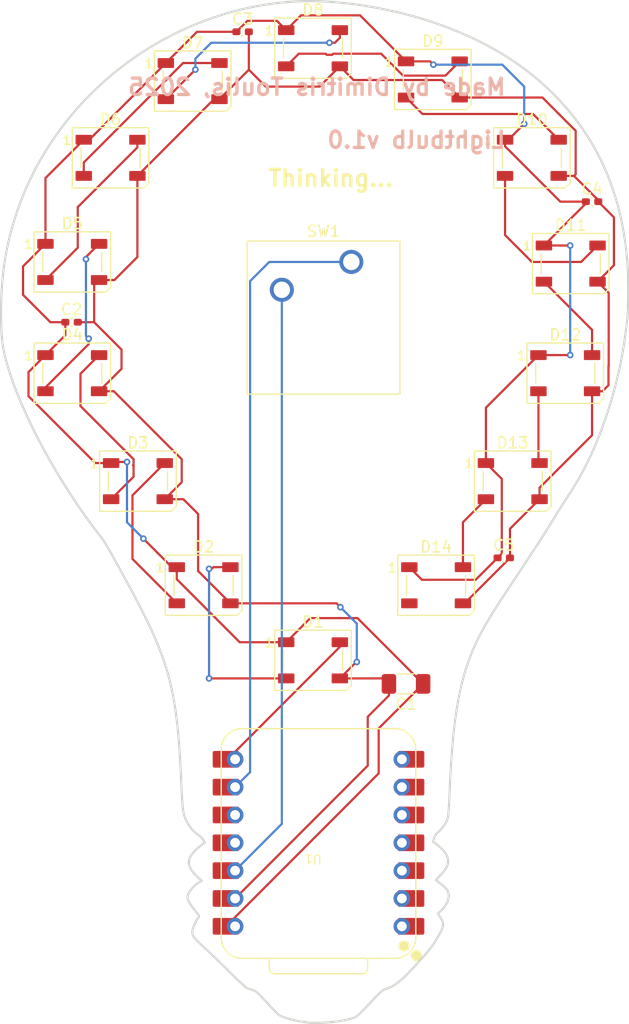
<source format=kicad_pcb>
(kicad_pcb (version 20241229) (generator "pcbnew") (generator_version "9.0")
  (layers (0 "F.Cu" signal) (2 "B.Cu" signal) (13 "F.Paste" user) (15 "B.Paste" user) (5 "F.SilkS" user "F.Silkscreen") (7 "B.SilkS" user "B.Silkscreen") (1 "F.Mask" user) (3 "B.Mask" user) (25 "Edge.Cuts" user))
  (net 0 "")
  (net 1 "+5V")
  (net 2 "GND")
  (net 3 "Net-(D1-DIN)")
  (net 4 "Net-(D1-DOUT)")
  (net 5 "Net-(D2-DOUT)")
  (net 6 "Net-(D3-DOUT)")
  (net 7 "Net-(D4-DOUT)")
  (net 8 "Net-(D5-DOUT)")
  (net 9 "Net-(D6-DOUT)")
  (net 10 "Net-(D7-DOUT)")
  (net 11 "Net-(D8-DOUT)")
  (net 12 "Net-(D10-DIN)")
  (net 13 "Net-(D10-DOUT)")
  (net 14 "Net-(D11-DOUT)")
  (net 15 "Net-(U1-GPIO2{slash}SCK)")
  (net 16 "+3.3V")
  (net 26 "Net-(D12-DOUT)")
  (net 27 "Net-(D13-DOUT)")
  (footprint "LED_SMD:LED_WS2812B_PLCC4_5.0x5.0mm_P3.2mm" (layer "F.Cu") (at 135.05 66.15)
    (property "Reference" "D11" (at 0 -3.5 0) (layer "F.SilkS"))
    (property "Value" "WS2812B" (hide yes))
    (fp_text user "1" (at -4 -1.6 0) (layer "F.SilkS") (effects (font (size 0.8 0.8))))
    (pad "1" smd roundrect (at -2.45 -1.65) (size 1.5 0.9) (layers "F.Cu" "F.Mask" "F.Paste") (roundrect_rratio 0.1) (net 1 "+5V"))
    (pad "2" smd roundrect (at -2.45 1.65) (size 1.5 0.9) (layers "F.Cu" "F.Mask" "F.Paste") (roundrect_rratio 0.1) (net 14 "Net-(D11-DOUT)"))
    (pad "3" smd roundrect (at 2.45 1.65) (size 1.5 0.9) (layers "F.Cu" "F.Mask" "F.Paste") (roundrect_rratio 0.1) (net 2 "GND"))
    (pad "4" smd roundrect (at 2.45 -1.65) (size 1.5 0.9) (layers "F.Cu" "F.Mask" "F.Paste") (roundrect_rratio 0.1) (net 13 "Net-(D10-DOUT)"))
  )
  (footprint "LED_SMD:LED_WS2812B_PLCC4_5.0x5.0mm_P3.2mm" (layer "F.Cu") (at 89.5 76.15)
    (property "Reference" "D4" (at 0 -3.5 0) (layer "F.SilkS"))
    (property "Value" "WS2812B" (hide yes))
    (fp_text user "1" (at -4 -1.6 0) (layer "F.SilkS") (effects (font (size 0.8 0.8))))
    (pad "1" smd roundrect (at -2.45 -1.65) (size 1.5 0.9) (layers "F.Cu" "F.Mask" "F.Paste") (roundrect_rratio 0.1) (net 1 "+5V"))
    (pad "2" smd roundrect (at -2.45 1.65) (size 1.5 0.9) (layers "F.Cu" "F.Mask" "F.Paste") (roundrect_rratio 0.1) (net 7 "Net-(D4-DOUT)"))
    (pad "3" smd roundrect (at 2.45 1.65) (size 1.5 0.9) (layers "F.Cu" "F.Mask" "F.Paste") (roundrect_rratio 0.1) (net 2 "GND"))
    (pad "4" smd roundrect (at 2.45 -1.65) (size 1.5 0.9) (layers "F.Cu" "F.Mask" "F.Paste") (roundrect_rratio 0.1) (net 6 "Net-(D3-DOUT)"))
  )
  (footprint "Capacitor_SMD:C_0402_1005Metric_Pad0.74x0.62mm_HandSolder" (layer "F.Cu") (at 105.0675 45)
    (property "Reference" "C3" (at 0 -1.16 0) (layer "F.SilkS"))
    (property "Value" "4.7nF")
    (pad "1" smd roundrect (at -0.5675 0) (size 0.735 0.62) (layers "F.Cu" "F.Mask" "F.Paste") (net 1 "+5V"))
    (pad "2" smd roundrect (at 0.5675 0) (size 0.735 0.62) (layers "F.Cu" "F.Mask" "F.Paste") (net 2 "GND"))
  )
  (footprint "LED_SMD:LED_WS2812B_PLCC4_5.0x5.0mm_P3.2mm" (layer "F.Cu") (at 100.5 49.5)
    (property "Reference" "D7" (at 0 -3.5 0) (layer "F.SilkS"))
    (property "Value" "WS2812B" (hide yes))
    (fp_text user "1" (at -4 -1.6 0) (layer "F.SilkS") (effects (font (size 0.8 0.8))))
    (pad "1" smd roundrect (at -2.45 -1.65) (size 1.5 0.9) (layers "F.Cu" "F.Mask" "F.Paste") (roundrect_rratio 0.1) (net 1 "+5V"))
    (pad "2" smd roundrect (at -2.45 1.65) (size 1.5 0.9) (layers "F.Cu" "F.Mask" "F.Paste") (roundrect_rratio 0.1) (net 10 "Net-(D7-DOUT)"))
    (pad "3" smd roundrect (at 2.45 1.65) (size 1.5 0.9) (layers "F.Cu" "F.Mask" "F.Paste") (roundrect_rratio 0.1) (net 2 "GND"))
    (pad "4" smd roundrect (at 2.45 -1.65) (size 1.5 0.9) (layers "F.Cu" "F.Mask" "F.Paste") (roundrect_rratio 0.1) (net 9 "Net-(D6-DOUT)"))
  )
  (footprint "LED_SMD:LED_WS2812B_PLCC4_5.0x5.0mm_P3.2mm" (layer "F.Cu") (at 111.5 102.35)
    (property "Reference" "D1" (at 0 -3.5 0) (layer "F.SilkS"))
    (property "Value" "WS2812B" (hide yes))
    (fp_text user "1" (at -4 -1.6 0) (layer "F.SilkS") (effects (font (size 0.8 0.8))))
    (pad "1" smd roundrect (at -2.45 -1.65) (size 1.5 0.9) (layers "F.Cu" "F.Mask" "F.Paste") (roundrect_rratio 0.1) (net 1 "+5V"))
    (pad "2" smd roundrect (at -2.45 1.65) (size 1.5 0.9) (layers "F.Cu" "F.Mask" "F.Paste") (roundrect_rratio 0.1) (net 4 "Net-(D1-DOUT)"))
    (pad "3" smd roundrect (at 2.45 1.65) (size 1.5 0.9) (layers "F.Cu" "F.Mask" "F.Paste") (roundrect_rratio 0.1) (net 2 "GND"))
    (pad "4" smd roundrect (at 2.45 -1.65) (size 1.5 0.9) (layers "F.Cu" "F.Mask" "F.Paste") (roundrect_rratio 0.1) (net 3 "Net-(D1-DIN)"))
  )
  (footprint "LED_SMD:LED_WS2812B_PLCC4_5.0x5.0mm_P3.2mm" (layer "F.Cu") (at 134.55 76.15)
    (property "Reference" "D12" (at 0 -3.5 0) (layer "F.SilkS"))
    (property "Value" "WS2812B" (hide yes))
    (fp_text user "1" (at -4 -1.6 0) (layer "F.SilkS") (effects (font (size 0.8 0.8))))
    (pad "1" smd roundrect (at -2.45 -1.65) (size 1.5 0.9) (layers "F.Cu" "F.Mask" "F.Paste") (roundrect_rratio 0.1) (net 1 "+5V"))
    (pad "2" smd roundrect (at -2.45 1.65) (size 1.5 0.9) (layers "F.Cu" "F.Mask" "F.Paste") (roundrect_rratio 0.1) (net 26 "Net-(D12-DOUT)"))
    (pad "3" smd roundrect (at 2.45 1.65) (size 1.5 0.9) (layers "F.Cu" "F.Mask" "F.Paste") (roundrect_rratio 0.1) (net 2 "GND"))
    (pad "4" smd roundrect (at 2.45 -1.65) (size 1.5 0.9) (layers "F.Cu" "F.Mask" "F.Paste") (roundrect_rratio 0.1) (net 14 "Net-(D11-DOUT)"))
  )
  (footprint "LED_SMD:LED_WS2812B_PLCC4_5.0x5.0mm_P3.2mm" (layer "F.Cu") (at 111.5 46.5)
    (property "Reference" "D8" (at 0 -3.5 0) (layer "F.SilkS"))
    (property "Value" "WS2812B" (hide yes))
    (fp_text user "1" (at -4 -1.6 0) (layer "F.SilkS") (effects (font (size 0.8 0.8))))
    (pad "1" smd roundrect (at -2.45 -1.65) (size 1.5 0.9) (layers "F.Cu" "F.Mask" "F.Paste") (roundrect_rratio 0.1) (net 1 "+5V"))
    (pad "2" smd roundrect (at -2.45 1.65) (size 1.5 0.9) (layers "F.Cu" "F.Mask" "F.Paste") (roundrect_rratio 0.1) (net 11 "Net-(D8-DOUT)"))
    (pad "3" smd roundrect (at 2.45 1.65) (size 1.5 0.9) (layers "F.Cu" "F.Mask" "F.Paste") (roundrect_rratio 0.1) (net 2 "GND"))
    (pad "4" smd roundrect (at 2.45 -1.65) (size 1.5 0.9) (layers "F.Cu" "F.Mask" "F.Paste") (roundrect_rratio 0.1) (net 10 "Net-(D7-DOUT)"))
  )
  (footprint "LED_SMD:LED_WS2812B_PLCC4_5.0x5.0mm_P3.2mm" (layer "F.Cu") (at 89.5 66)
    (property "Reference" "D5" (at 0 -3.5 0) (layer "F.SilkS"))
    (property "Value" "WS2812B" (hide yes))
    (fp_text user "1" (at -4 -1.6 0) (layer "F.SilkS") (effects (font (size 0.8 0.8))))
    (pad "1" smd roundrect (at -2.45 -1.65) (size 1.5 0.9) (layers "F.Cu" "F.Mask" "F.Paste") (roundrect_rratio 0.1) (net 1 "+5V"))
    (pad "2" smd roundrect (at -2.45 1.65) (size 1.5 0.9) (layers "F.Cu" "F.Mask" "F.Paste") (roundrect_rratio 0.1) (net 8 "Net-(D5-DOUT)"))
    (pad "3" smd roundrect (at 2.45 1.65) (size 1.5 0.9) (layers "F.Cu" "F.Mask" "F.Paste") (roundrect_rratio 0.1) (net 2 "GND"))
    (pad "4" smd roundrect (at 2.45 -1.65) (size 1.5 0.9) (layers "F.Cu" "F.Mask" "F.Paste") (roundrect_rratio 0.1) (net 7 "Net-(D4-DOUT)"))
  )
  (footprint "LED_SMD:LED_WS2812B_PLCC4_5.0x5.0mm_P3.2mm" (layer "F.Cu") (at 101.5 95.5)
    (property "Reference" "D2" (at 0 -3.5 0) (layer "F.SilkS"))
    (property "Value" "WS2812B" (hide yes))
    (fp_text user "1" (at -4 -1.6 0) (layer "F.SilkS") (effects (font (size 0.8 0.8))))
    (pad "1" smd roundrect (at -2.45 -1.65) (size 1.5 0.9) (layers "F.Cu" "F.Mask" "F.Paste") (roundrect_rratio 0.1) (net 1 "+5V"))
    (pad "2" smd roundrect (at -2.45 1.65) (size 1.5 0.9) (layers "F.Cu" "F.Mask" "F.Paste") (roundrect_rratio 0.1) (net 5 "Net-(D2-DOUT)"))
    (pad "3" smd roundrect (at 2.45 1.65) (size 1.5 0.9) (layers "F.Cu" "F.Mask" "F.Paste") (roundrect_rratio 0.1) (net 2 "GND"))
    (pad "4" smd roundrect (at 2.45 -1.65) (size 1.5 0.9) (layers "F.Cu" "F.Mask" "F.Paste") (roundrect_rratio 0.1) (net 4 "Net-(D1-DOUT)"))
  )
  (footprint "Capacitor_SMD:C_0402_1005Metric_Pad0.74x0.62mm_HandSolder" (layer "F.Cu") (at 128.9325 93)
    (property "Reference" "C5" (at 0 -1.16 0) (layer "F.SilkS"))
    (property "Value" "4.7nF")
    (pad "1" smd roundrect (at -0.5675 0) (size 0.735 0.62) (layers "F.Cu" "F.Mask" "F.Paste") (net 1 "+5V"))
    (pad "2" smd roundrect (at 0.5675 0) (size 0.735 0.62) (layers "F.Cu" "F.Mask" "F.Paste") (net 2 "GND"))
  )
  (footprint "Button_Switch_Keyboard:SW_Cherry_MX_1.00u_PCB" (layer "F.Cu") (at 115 66)
    (property "Reference" "SW1" (at -2.54 -2.794 0) (layer "F.SilkS"))
    (property "Value" "SW_Push")
    (pad "" np_thru_hole circle (at -7.62 5.08) (size 1.7 1.7) (drill 1.7) (layers "*.Cu" "*.Mask"))
    (pad "" np_thru_hole circle (at -2.54 5.08) (size 4 4) (drill 4) (layers "*.Cu" "*.Mask"))
    (pad "" np_thru_hole circle (at 2.54 5.08) (size 1.7 1.7) (drill 1.7) (layers "*.Cu" "*.Mask"))
    (pad "1" thru_hole circle (at 0 0) (size 2.2 2.2) (drill 1.5) (layers "*.Cu" "*.Mask") (net 15 "Net-(U1-GPIO2{slash}SCK)"))
    (pad "2" thru_hole circle (at -6.35 2.54) (size 2.2 2.2) (drill 1.5) (layers "*.Cu" "*.Mask") (net 16 "+3.3V"))
  )
  (footprint "LED_SMD:LED_WS2812B_PLCC4_5.0x5.0mm_P3.2mm" (layer "F.Cu") (at 129.75 86)
    (property "Reference" "D13" (at 0 -3.5 0) (layer "F.SilkS"))
    (property "Value" "WS2812B" (hide yes))
    (fp_text user "1" (at -4 -1.6 0) (layer "F.SilkS") (effects (font (size 0.8 0.8))))
    (pad "1" smd roundrect (at -2.45 -1.65) (size 1.5 0.9) (layers "F.Cu" "F.Mask" "F.Paste") (roundrect_rratio 0.1) (net 1 "+5V"))
    (pad "2" smd roundrect (at -2.45 1.65) (size 1.5 0.9) (layers "F.Cu" "F.Mask" "F.Paste") (roundrect_rratio 0.1) (net 27 "Net-(D13-DOUT)"))
    (pad "3" smd roundrect (at 2.45 1.65) (size 1.5 0.9) (layers "F.Cu" "F.Mask" "F.Paste") (roundrect_rratio 0.1) (net 2 "GND"))
    (pad "4" smd roundrect (at 2.45 -1.65) (size 1.5 0.9) (layers "F.Cu" "F.Mask" "F.Paste") (roundrect_rratio 0.1) (net 26 "Net-(D12-DOUT)"))
  )
  (footprint "Capacitor_SMD:C_0402_1005Metric_Pad0.74x0.62mm_HandSolder" (layer "F.Cu") (at 137 60.5)
    (property "Reference" "C4" (at 0 -1.16 0) (layer "F.SilkS"))
    (property "Value" "4.7nF")
    (pad "1" smd roundrect (at -0.5675 0) (size 0.735 0.62) (layers "F.Cu" "F.Mask" "F.Paste") (net 1 "+5V"))
    (pad "2" smd roundrect (at 0.5675 0) (size 0.735 0.62) (layers "F.Cu" "F.Mask" "F.Paste") (net 2 "GND"))
  )
  (footprint "LED_SMD:LED_WS2812B_PLCC4_5.0x5.0mm_P3.2mm" (layer "F.Cu") (at 93 56.5)
    (property "Reference" "D6" (at 0 -3.5 0) (layer "F.SilkS"))
    (property "Value" "WS2812B" (hide yes))
    (fp_text user "1" (at -4 -1.6 0) (layer "F.SilkS") (effects (font (size 0.8 0.8))))
    (pad "1" smd roundrect (at -2.45 -1.65) (size 1.5 0.9) (layers "F.Cu" "F.Mask" "F.Paste") (roundrect_rratio 0.1) (net 1 "+5V"))
    (pad "2" smd roundrect (at -2.45 1.65) (size 1.5 0.9) (layers "F.Cu" "F.Mask" "F.Paste") (roundrect_rratio 0.1) (net 9 "Net-(D6-DOUT)"))
    (pad "3" smd roundrect (at 2.45 1.65) (size 1.5 0.9) (layers "F.Cu" "F.Mask" "F.Paste") (roundrect_rratio 0.1) (net 2 "GND"))
    (pad "4" smd roundrect (at 2.45 -1.65) (size 1.5 0.9) (layers "F.Cu" "F.Mask" "F.Paste") (roundrect_rratio 0.1) (net 8 "Net-(D5-DOUT)"))
  )
  (footprint "Capacitor_SMD:C_0402_1005Metric_Pad0.74x0.62mm_HandSolder" (layer "F.Cu") (at 89.4325 71.5)
    (property "Reference" "C2" (at 0 -1.16 0) (layer "F.SilkS"))
    (property "Value" "4.7nF")
    (pad "1" smd roundrect (at -0.5675 0) (size 0.735 0.62) (layers "F.Cu" "F.Mask" "F.Paste") (net 1 "+5V"))
    (pad "2" smd roundrect (at 0.5675 0) (size 0.735 0.62) (layers "F.Cu" "F.Mask" "F.Paste") (net 2 "GND"))
  )
  (footprint "XIAO:XIAO-RP2040-DIP" (layer "F.Cu") (at 112 119 180)
    (property "Reference" "U1" (at 0.5 -1.5 180) (layer "F.SilkS") (effects (font (size 0.8 0.8) (thickness 0.1))))
    (property "Value" "XIAO-RP2040-DIP")
    (pad "1" smd roundrect (at -8.455 -7.62) (size 2.432 1.524) (layers "F.Cu" "F.Mask") (roundrect_rratio 0.1))
    (pad "1" thru_hole circle (at -7.62 -7.62) (size 1.524 1.524) (drill 0.889) (layers "*.Cu" "*.Mask"))
    (pad "2" smd roundrect (at -8.455 -5.08) (size 2.432 1.524) (layers "F.Cu" "F.Mask") (roundrect_rratio 0.1))
    (pad "2" thru_hole circle (at -7.62 -5.08) (size 1.524 1.524) (drill 0.889) (layers "*.Cu" "*.Mask"))
    (pad "3" smd roundrect (at -8.455 -2.54) (size 2.432 1.524) (layers "F.Cu" "F.Mask") (roundrect_rratio 0.1))
    (pad "3" thru_hole circle (at -7.62 -2.54) (size 1.524 1.524) (drill 0.889) (layers "*.Cu" "*.Mask"))
    (pad "4" smd roundrect (at -8.455 0) (size 2.432 1.524) (layers "F.Cu" "F.Mask") (roundrect_rratio 0.1))
    (pad "4" thru_hole circle (at -7.62 0) (size 1.524 1.524) (drill 0.889) (layers "*.Cu" "*.Mask"))
    (pad "5" smd roundrect (at -8.455 2.54) (size 2.432 1.524) (layers "F.Cu" "F.Mask") (roundrect_rratio 0.1))
    (pad "5" thru_hole circle (at -7.62 2.54) (size 1.524 1.524) (drill 0.889) (layers "*.Cu" "*.Mask"))
    (pad "6" smd roundrect (at -8.455 5.08) (size 2.432 1.524) (layers "F.Cu" "F.Mask") (roundrect_rratio 0.1))
    (pad "6" thru_hole circle (at -7.62 5.08) (size 1.524 1.524) (drill 0.889) (layers "*.Cu" "*.Mask"))
    (pad "7" smd roundrect (at -8.455 7.62) (size 2.432 1.524) (layers "F.Cu" "F.Mask") (roundrect_rratio 0.1))
    (pad "7" thru_hole circle (at -7.62 7.62) (size 1.524 1.524) (drill 0.889) (layers "*.Cu" "*.Mask"))
    (pad "8" thru_hole circle (at 7.62 7.62 180) (size 1.524 1.524) (drill 0.889) (layers "*.Cu" "*.Mask") (net 3 "Net-(D1-DIN)"))
    (pad "8" smd roundrect (at 8.455 7.62 180) (size 2.432 1.524) (layers "F.Cu" "F.Mask") (roundrect_rratio 0.1) (net 3 "Net-(D1-DIN)"))
    (pad "9" thru_hole circle (at 7.62 5.08 180) (size 1.524 1.524) (drill 0.889) (layers "*.Cu" "*.Mask") (net 15 "Net-(U1-GPIO2{slash}SCK)"))
    (pad "9" smd roundrect (at 8.455 5.08 180) (size 2.432 1.524) (layers "F.Cu" "F.Mask") (roundrect_rratio 0.1) (net 15 "Net-(U1-GPIO2{slash}SCK)"))
    (pad "10" thru_hole circle (at 7.62 2.54 180) (size 1.524 1.524) (drill 0.889) (layers "*.Cu" "*.Mask"))
    (pad "10" smd roundrect (at 8.455 2.54 180) (size 2.432 1.524) (layers "F.Cu" "F.Mask") (roundrect_rratio 0.1))
    (pad "11" thru_hole circle (at 7.62 0 180) (size 1.524 1.524) (drill 0.889) (layers "*.Cu" "*.Mask"))
    (pad "11" smd roundrect (at 8.455 0 180) (size 2.432 1.524) (layers "F.Cu" "F.Mask") (roundrect_rratio 0.1))
    (pad "12" thru_hole circle (at 7.62 -2.54 180) (size 1.524 1.524) (drill 0.889) (layers "*.Cu" "*.Mask") (net 16 "+3.3V"))
    (pad "12" smd roundrect (at 8.455 -2.54 180) (size 2.432 1.524) (layers "F.Cu" "F.Mask") (roundrect_rratio 0.1) (net 16 "+3.3V"))
    (pad "13" thru_hole circle (at 7.62 -5.08 180) (size 1.524 1.524) (drill 0.889) (layers "*.Cu" "*.Mask") (net 2 "GND"))
    (pad "13" smd roundrect (at 8.455 -5.08 180) (size 2.432 1.524) (layers "F.Cu" "F.Mask") (roundrect_rratio 0.1) (net 2 "GND"))
    (pad "14" thru_hole circle (at 7.62 -7.62 180) (size 1.524 1.524) (drill 0.889) (layers "*.Cu" "*.Mask") (net 1 "+5V"))
    (pad "14" smd roundrect (at 8.455 -7.62 180) (size 2.432 1.524) (layers "F.Cu" "F.Mask") (roundrect_rratio 0.1) (net 1 "+5V"))
  )
  (footprint "LED_SMD:LED_WS2812B_PLCC4_5.0x5.0mm_P3.2mm" (layer "F.Cu") (at 122.75 95.5)
    (property "Reference" "D14" (at 0 -3.5 0) (layer "F.SilkS"))
    (property "Value" "WS2812B" (hide yes))
    (fp_text user "1" (at -4 -1.6 0) (layer "F.SilkS") (effects (font (size 0.8 0.8))))
    (pad "1" smd roundrect (at -2.45 -1.65) (size 1.5 0.9) (layers "F.Cu" "F.Mask" "F.Paste") (roundrect_rratio 0.1) (net 1 "+5V"))
    (pad "2" smd roundrect (at -2.45 1.65) (size 1.5 0.9) (layers "F.Cu" "F.Mask" "F.Paste") (roundrect_rratio 0.1))
    (pad "3" smd roundrect (at 2.45 1.65) (size 1.5 0.9) (layers "F.Cu" "F.Mask" "F.Paste") (roundrect_rratio 0.1) (net 2 "GND"))
    (pad "4" smd roundrect (at 2.45 -1.65) (size 1.5 0.9) (layers "F.Cu" "F.Mask" "F.Paste") (roundrect_rratio 0.1) (net 27 "Net-(D13-DOUT)"))
  )
  (footprint "LED_SMD:LED_WS2812B_PLCC4_5.0x5.0mm_P3.2mm" (layer "F.Cu") (at 95.5 86)
    (property "Reference" "D3" (at 0 -3.5 0) (layer "F.SilkS"))
    (property "Value" "WS2812B" (hide yes))
    (fp_text user "1" (at -4 -1.6 0) (layer "F.SilkS") (effects (font (size 0.8 0.8))))
    (pad "1" smd roundrect (at -2.45 -1.65) (size 1.5 0.9) (layers "F.Cu" "F.Mask" "F.Paste") (roundrect_rratio 0.1) (net 1 "+5V"))
    (pad "2" smd roundrect (at -2.45 1.65) (size 1.5 0.9) (layers "F.Cu" "F.Mask" "F.Paste") (roundrect_rratio 0.1) (net 6 "Net-(D3-DOUT)"))
    (pad "3" smd roundrect (at 2.45 1.65) (size 1.5 0.9) (layers "F.Cu" "F.Mask" "F.Paste") (roundrect_rratio 0.1) (net 2 "GND"))
    (pad "4" smd roundrect (at 2.45 -1.65) (size 1.5 0.9) (layers "F.Cu" "F.Mask" "F.Paste") (roundrect_rratio 0.1) (net 5 "Net-(D2-DOUT)"))
  )
  (footprint "Capacitor_SMD:C_1206_3216Metric_Pad1.33x1.80mm_HandSolder" (layer "F.Cu") (at 120 104.5 180)
    (property "Reference" "C1" (at 0 -1.85 0) (layer "F.SilkS"))
    (property "Value" "100uF")
    (pad "1" smd roundrect (at -1.5625 0 180) (size 1.325 1.8) (layers "F.Cu" "F.Mask" "F.Paste") (roundrect_rratio 0.188679) (net 1 "+5V"))
    (pad "2" smd roundrect (at 1.5625 0 180) (size 1.325 1.8) (layers "F.Cu" "F.Mask" "F.Paste") (roundrect_rratio 0.188679) (net 2 "GND"))
  )
  (footprint "LED_SMD:LED_WS2812B_PLCC4_5.0x5.0mm_P3.2mm" (layer "F.Cu") (at 131.5 56.5)
    (property "Reference" "D10" (at 0 -3.5 0) (layer "F.SilkS"))
    (property "Value" "WS2812B" (hide yes))
    (fp_text user "1" (at -4 -1.6 0) (layer "F.SilkS") (effects (font (size 0.8 0.8))))
    (pad "1" smd roundrect (at -2.45 -1.65) (size 1.5 0.9) (layers "F.Cu" "F.Mask" "F.Paste") (roundrect_rratio 0.1) (net 1 "+5V"))
    (pad "2" smd roundrect (at -2.45 1.65) (size 1.5 0.9) (layers "F.Cu" "F.Mask" "F.Paste") (roundrect_rratio 0.1) (net 13 "Net-(D10-DOUT)"))
    (pad "3" smd roundrect (at 2.45 1.65) (size 1.5 0.9) (layers "F.Cu" "F.Mask" "F.Paste") (roundrect_rratio 0.1) (net 2 "GND"))
    (pad "4" smd roundrect (at 2.45 -1.65) (size 1.5 0.9) (layers "F.Cu" "F.Mask" "F.Paste") (roundrect_rratio 0.1) (net 12 "Net-(D10-DIN)"))
  )
  (footprint "LED_SMD:LED_WS2812B_PLCC4_5.0x5.0mm_P3.2mm" (layer "F.Cu") (at 122.45 49.35)
    (property "Reference" "D9" (at 0 -3.5 0) (layer "F.SilkS"))
    (property "Value" "WS2812B" (hide yes))
    (fp_text user "1" (at -4 -1.6 0) (layer "F.SilkS") (effects (font (size 0.8 0.8))))
    (pad "1" smd roundrect (at -2.45 -1.65) (size 1.5 0.9) (layers "F.Cu" "F.Mask" "F.Paste") (roundrect_rratio 0.1) (net 1 "+5V"))
    (pad "2" smd roundrect (at -2.45 1.65) (size 1.5 0.9) (layers "F.Cu" "F.Mask" "F.Paste") (roundrect_rratio 0.1) (net 12 "Net-(D10-DIN)"))
    (pad "3" smd roundrect (at 2.45 1.65) (size 1.5 0.9) (layers "F.Cu" "F.Mask" "F.Paste") (roundrect_rratio 0.1) (net 2 "GND"))
    (pad "4" smd roundrect (at 2.45 -1.65) (size 1.5 0.9) (layers "F.Cu" "F.Mask" "F.Paste") (roundrect_rratio 0.1) (net 11 "Net-(D8-DOUT)"))
  )
  (gr_curve (pts (xy 105.417813 132.2339) (xy 105.327323 132.1865) (xy 104.557367 131.46111) (xy 103.706787 130.62208)) (stroke (width 0.2)) (layer "Edge.Cuts"))
  (gr_line (start 101.120179 122.58959) (end 101.33043 122.4657) (stroke (width 0.2)) (layer "Edge.Cuts"))
  (gr_curve (pts (xy 101.474739 118.74935) (xy 101.402379 118.60752) (xy 101.198677 118.40161) (xy 100.985406 118.25472)) (stroke (width 0.2)) (layer "Edge.Cuts"))
  (gr_curve (pts (xy 140.23243 71.06051) (xy 139.88118 74.42411) (xy 139.27941 77.20245) (xy 138.24662 80.22882)) (stroke (width 0.2)) (layer "Edge.Cuts"))
  (gr_curve (pts (xy 130.20463 94.5212) (xy 128.36225 97.28548) (xy 127.82889 98.11991) (xy 127.20087 99.22066)) (stroke (width 0.2)) (layer "Edge.Cuts"))
  (gr_curve (pts (xy 122.81879 127.74764) (xy 122.3829 128.47591) (xy 122.12035 128.81278) (xy 121.20686 129.81592)) (stroke (width 0.2)) (layer "Edge.Cuts"))
  (gr_curve (pts (xy 100.896348 122.06793) (xy 100.236954 121.4637) (xy 100.021334 120.89257) (xy 100.247912 120.35029)) (stroke (width 0.2)) (layer "Edge.Cuts"))
  (gr_curve (pts (xy 103.706787 130.62208) (xy 102.856216 129.78301) (xy 101.841682 128.80615) (xy 101.452269 128.45128)) (stroke (width 0.2)) (layer "Edge.Cuts"))
  (gr_curve (pts (xy 113.8088 135.28804) (xy 113.22846 135.39069) (xy 111.56664 135.47123) (xy 111.17646 135.41554)) (stroke (width 0.2)) (layer "Edge.Cuts"))
  (gr_curve (pts (xy 108.44975 134.75538) (xy 108.337 134.68878) (xy 107.811156 134.15983) (xy 107.281197 133.57993)) (stroke (width 0.2)) (layer "Edge.Cuts"))
  (gr_line (start 101.282782 119.22427) (end 101.598709 118.99234) (stroke (width 0.2)) (layer "Edge.Cuts"))
  (gr_curve (pts (xy 123.53358 119.83774) (xy 124.04034 120.57423) (xy 123.93871 121.14529) (xy 123.15668 121.95532)) (stroke (width 0.2)) (layer "Edge.Cuts"))
  (gr_curve (pts (xy 134.7277 87.4797) (xy 134.47343 87.85976) (xy 134.0034 88.60009) (xy 133.6832 89.12491)) (stroke (width 0.2)) (layer "Edge.Cuts"))
  (gr_curve (pts (xy 101.452269 128.45128) (xy 100.592089 127.66737) (xy 100.471397 127.50729) (xy 100.466435 127.14363)) (stroke (width 0.2)) (layer "Edge.Cuts"))
  (gr_curve (pts (xy 83.806855 76.17826) (xy 83.188752 74.28117) (xy 83.040947 73.40711) (xy 83.002651 71.42247)) (stroke (width 0.2)) (layer "Edge.Cuts"))
  (gr_curve (pts (xy 133.6832 89.12491) (xy 132.74666 90.65996) (xy 131.81889 92.0992) (xy 130.20463 94.5212)) (stroke (width 0.2)) (layer "Edge.Cuts"))
  (gr_curve (pts (xy 123.5 44.5) (xy 127.63973 46.04656) (xy 130.93299 48.10334) (xy 133.59253 50.80312)) (stroke (width 0.2)) (layer "Edge.Cuts"))
  (gr_curve (pts (xy 116.67812 133.65223) (xy 116.0606 134.30808) (xy 115.47333 134.87696) (xy 115.37306 134.91642)) (stroke (width 0.2)) (layer "Edge.Cuts"))
  (gr_curve (pts (xy 105.949984 132.42287) (xy 105.747773 132.36637) (xy 105.508295 132.28137) (xy 105.417813 132.2339)) (stroke (width 0.2)) (layer "Edge.Cuts"))
  (gr_curve (pts (xy 123.97445 114.59276) (xy 123.92955 115.73853) (xy 123.86948 116.52369) (xy 123.81074 116.73284)) (stroke (width 0.2)) (layer "Edge.Cuts"))
  (gr_line (start 101.598709 118.99234) (end 101.474739 118.74935) (stroke (width 0.2)) (layer "Edge.Cuts"))
  (gr_curve (pts (xy 122.55494 118.58419) (xy 122.50404 118.7535) (xy 122.46984 118.89618) (xy 122.47894 118.90128)) (stroke (width 0.2)) (layer "Edge.Cuts"))
  (gr_curve (pts (xy 99.961978 117.0474) (xy 99.607629 116.32686) (xy 99.574274 116.09403) (xy 99.464156 113.57274)) (stroke (width 0.2)) (layer "Edge.Cuts"))
  (gr_curve (pts (xy 92.249721 91.26369) (xy 88.65438 86.73158) (xy 85.282103 80.70611) (xy 83.806855 76.17826)) (stroke (width 0.2)) (layer "Edge.Cuts"))
  (gr_line (start 123.15668 121.95532) (end 122.73068 122.39659) (stroke (width 0.2)) (layer "Edge.Cuts"))
  (gr_line (start 123.20935 125.18303) (end 122.91153 125.44518) (stroke (width 0.2)) (layer "Edge.Cuts"))
  (gr_curve (pts (xy 100.466435 127.14363) (xy 100.463035 126.87347) (xy 100.722479 126.25327) (xy 101.010015 125.84565)) (stroke (width 0.2)) (layer "Edge.Cuts"))
  (gr_line (start 122.91153 125.44518) (end 123.15623 125.84164) (stroke (width 0.2)) (layer "Edge.Cuts"))
  (gr_curve (pts (xy 133.59253 50.80312) (xy 137.57157 54.84237) (xy 139.72785 59.79775) (xy 140.22843 66.05317)) (stroke (width 0.2)) (layer "Edge.Cuts"))
  (gr_curve (pts (xy 110.46045 135.31718) (xy 109.84141 135.23328) (xy 108.73606 134.92451) (xy 108.44975 134.75538)) (stroke (width 0.2)) (layer "Edge.Cuts"))
  (gr_curve (pts (xy 123.21673 122.77733) (xy 123.74267 123.18927) (xy 123.9104 123.44978) (xy 123.9104 123.85473)) (stroke (width 0.2)) (layer "Edge.Cuts"))
  (gr_curve (pts (xy 95.552785 47.09648) (xy 99.956399 44.1346) (xy 105.17866 42.40812) (xy 110.31772 42.2152)) (stroke (width 0.2)) (layer "Edge.Cuts"))
  (gr_curve (pts (xy 123.81074 116.73284) (xy 123.69105 117.1593) (xy 123.39155 117.60748) (xy 122.97745 117.97977)) (stroke (width 0.2)) (layer "Edge.Cuts"))
  (gr_curve (pts (xy 100.022966 123.95139) (xy 100.019566 123.59638) (xy 100.569035 122.91441) (xy 101.120179 122.58959)) (stroke (width 0.2)) (layer "Edge.Cuts"))
  (gr_curve (pts (xy 99.464156 113.57274) (xy 99.093654 105.08989) (xy 98.423541 102.50801) (xy 94.886664 95.93608)) (stroke (width 0.2)) (layer "Edge.Cuts"))
  (gr_curve (pts (xy 121.20686 129.81592) (xy 119.66326 131.51094) (xy 119.06103 132.02086) (xy 118.2822 132.29211)) (stroke (width 0.2)) (layer "Edge.Cuts"))
  (gr_line (start 101.33043 122.4657) (end 100.896348 122.06793) (stroke (width 0.2)) (layer "Edge.Cuts"))
  (gr_curve (pts (xy 83.002651 71.42247) (xy 82.930211 67.66871) (xy 83.347224 64.7161) (xy 84.391493 61.58884)) (stroke (width 0.2)) (layer "Edge.Cuts"))
  (gr_curve (pts (xy 123.15623 125.84164) (xy 123.51892 126.42925) (xy 123.48157 126.64031) (xy 122.81879 127.74764)) (stroke (width 0.2)) (layer "Edge.Cuts"))
  (gr_curve (pts (xy 107.281197 133.57993) (xy 106.360805 132.5728) (xy 106.301165 132.52097) (xy 105.949984 132.42287)) (stroke (width 0.2)) (layer "Edge.Cuts"))
  (gr_curve (pts (xy 122.47894 118.90128) (xy 122.69756 119.02349) (xy 123.40639 119.6529) (xy 123.53358 119.83774)) (stroke (width 0.2)) (layer "Edge.Cuts"))
  (gr_curve (pts (xy 84.391493 61.58884) (xy 86.343818 55.74224) (xy 90.261435 50.65542) (xy 95.552785 47.09648)) (stroke (width 0.2)) (layer "Edge.Cuts"))
  (gr_curve (pts (xy 115.37306 134.91642) (xy 115.10907 135.02036) (xy 114.48826 135.16776) (xy 113.8088 135.28804)) (stroke (width 0.2)) (layer "Edge.Cuts"))
  (gr_curve (pts (xy 138.24662 80.22882) (xy 137.29056 83.03036) (xy 136.19706 85.2836) (xy 134.7277 87.4797)) (stroke (width 0.2)) (layer "Edge.Cuts"))
  (gr_curve (pts (xy 127.20087 99.22066) (xy 125.05312 102.98504) (xy 124.28651 106.6374) (xy 123.97445 114.59276)) (stroke (width 0.2)) (layer "Edge.Cuts"))
  (gr_curve (pts (xy 100.247912 120.35029) (xy 100.36361 120.07338) (xy 100.856175 119.53742) (xy 101.282782 119.22427)) (stroke (width 0.2)) (layer "Edge.Cuts"))
  (gr_line (start 122.73068 122.39659) (end 123.21673 122.77733) (stroke (width 0.2)) (layer "Edge.Cuts"))
  (gr_curve (pts (xy 140.22843 66.05317) (xy 140.31743 67.16425) (xy 140.31963 70.22275) (xy 140.23243 71.06051)) (stroke (width 0.2)) (layer "Edge.Cuts"))
  (gr_curve (pts (xy 94.886664 95.93608) (xy 93.39534 93.16506) (xy 92.501155 91.58063) (xy 92.249721 91.26369)) (stroke (width 0.2)) (layer "Edge.Cuts"))
  (gr_curve (pts (xy 122.97745 117.97977) (xy 122.73827 118.19482) (xy 122.6221 118.361) (xy 122.55494 118.58419)) (stroke (width 0.2)) (layer "Edge.Cuts"))
  (gr_curve (pts (xy 123.9104 123.85473) (xy 123.9104 124.22156) (xy 123.57094 124.86475) (xy 123.20935 125.18303)) (stroke (width 0.2)) (layer "Edge.Cuts"))
  (gr_curve (pts (xy 100.699662 125.15464) (xy 100.249432 124.59949) (xy 100.025357 124.20107) (xy 100.022966 123.95139)) (stroke (width 0.2)) (layer "Edge.Cuts"))
  (gr_line (start 111.17604 135.41558) (end 110.46045 135.31718) (stroke (width 0.2)) (layer "Edge.Cuts"))
  (gr_curve (pts (xy 118.2822 132.29211) (xy 117.80272 132.4591) (xy 117.79663 132.46428) (xy 116.67812 133.65223)) (stroke (width 0.2)) (layer "Edge.Cuts"))
  (gr_curve (pts (xy 101.010015 125.84565) (xy 101.126261 125.68082) (xy 101.126066 125.68042) (xy 100.699662 125.15464)) (stroke (width 0.2)) (layer "Edge.Cuts"))
  (gr_curve (pts (xy 100.985406 118.25472) (xy 100.545813 117.95196) (xy 100.214776 117.56144) (xy 99.961978 117.0474)) (stroke (width 0.2)) (layer "Edge.Cuts"))
  (gr_curve (pts (xy 110.31772 42.2152) (xy 114.21904 42.06875) (xy 119.39236 42.96538) (xy 123.5 44.5)) (stroke (width 0.2)) (layer "Edge.Cuts"))
  (gr_text "Thinking..." (at 107.25 59.25 0) (layer "F.SilkS") (effects (font (size 1.5 1.5) (thickness 0.3) (bold yes)) (justify left bottom)))
  (gr_text "Made by Dimitris Toulis, 2025\n\nLightbulb v1.0" (at 129.25 55.75 -0) (layer "B.SilkS") (effects (font (size 1.5 1.5) (thickness 0.3) (bold yes)) (justify left bottom mirror)))
  (segment (start 129.35 54.85) (end 129.05 54.85) (width 0.2) (layer "F.Cu") (net 1))
  (segment (start 98.6 93.85) (end 96 91.25) (width 0.2) (layer "F.Cu") (net 1))
  (segment (start 104.8 100.7) (end 99.05 94.95) (width 0.2) (layer "F.Cu") (net 1))
  (segment (start 129.05 55.45) (end 134.1 60.5) (width 0.2) (layer "F.Cu") (net 1))
  (segment (start 127.3 84.35) (end 127.3 79.3) (width 0.2) (layer "F.Cu") (net 1))
  (segment (start 126.365 95) (end 121.45 95) (width 0.2) (layer "F.Cu") (net 1))
  (segment (start 87.05 58.35) (end 90.55 54.85) (width 0.2) (layer "F.Cu") (net 1))
  (segment (start 85.5 78.25) (end 85.5 76.05) (width 0.2) (layer "F.Cu") (net 1))
  (segment (start 110.4 43.5) (end 115.8 43.5) (width 0.2) (layer "F.Cu") (net 1))
  (segment (start 93.05 84.35) (end 91.6 84.35) (width 0.2) (layer "F.Cu") (net 1))
  (segment (start 85 66.4) (end 87.05 64.35) (width 0.2) (layer "F.Cu") (net 1))
  (segment (start 130.8 53.4) (end 129.35 54.85) (width 0.2) (layer "F.Cu") (net 1))
  (segment (start 87.5 71.5) (end 85 69) (width 0.2) (layer "F.Cu") (net 1))
  (segment (start 136.4325 60.6675) (end 132.6 64.5) (width 0.2) (layer "F.Cu") (net 1))
  (segment (start 108.2 44) (end 109.05 44.85) (width 0.2) (layer "F.Cu") (net 1))
  (segment (start 103.545 126.62) (end 117.5 112.665) (width 0.2) (layer "F.Cu") (net 1))
  (segment (start 99.05 94.95) (end 99.05 93.85) (width 0.2) (layer "F.Cu") (net 1))
  (segment (start 94.5 84.25) (end 93.15 84.25) (width 0.2) (layer "F.Cu") (net 1))
  (segment (start 91.05 54.85) (end 98.05 47.85) (width 0.2) (layer "F.Cu") (net 1))
  (segment (start 128.365 93) (end 126.365 95) (width 0.2) (layer "F.Cu") (net 1))
  (segment (start 105.5 44) (end 108.2 44) (width 0.2) (layer "F.Cu") (net 1))
  (segment (start 115.8 43.5) (end 120 47.7) (width 0.2) (layer "F.Cu") (net 1))
  (segment (start 88.865 71.5) (end 87.5 71.5) (width 0.2) (layer "F.Cu") (net 1))
  (segment (start 127.3 79.3) (end 132.1 74.5) (width 0.2) (layer "F.Cu") (net 1))
  (segment (start 85.5 76.05) (end 87.05 74.5) (width 0.2) (layer "F.Cu") (net 1))
  (segment (start 132.6 64.5) (end 135 64.5) (width 0.2) (layer "F.Cu") (net 1))
  (segment (start 128.75 85.8) (end 128.75 92.615) (width 0.2) (layer "F.Cu") (net 1))
  (segment (start 87.05 64.35) (end 87.05 58.35) (width 0.2) (layer "F.Cu") (net 1))
  (segment (start 136.4325 60.5) (end 136.4325 60.6675) (width 0.2) (layer "F.Cu") (net 1))
  (segment (start 98.05 47.85) (end 100.9 45) (width 0.2) (layer "F.Cu") (net 1))
  (segment (start 111.25 98.5) (end 109.05 100.7) (width 0.2) (layer "F.Cu") (net 1))
  (segment (start 121.5625 104.5) (end 115.5625 98.5) (width 0.2) (layer "F.Cu") (net 1))
  (segment (start 117.5 108.5625) (end 121.5625 104.5) (width 0.2) (layer "F.Cu") (net 1))
  (segment (start 121.45 95) (end 120.3 93.85) (width 0.2) (layer "F.Cu") (net 1))
  (segment (start 117.5 112.665) (end 117.5 108.5625) (width 0.2) (layer "F.Cu") (net 1))
  (segment (start 85 69) (end 85 66.4) (width 0.2) (layer "F.Cu") (net 1))
  (segment (start 127.3 84.35) (end 128.75 85.8) (width 0.2) (layer "F.Cu") (net 1))
  (segment (start 109.05 100.7) (end 104.8 100.7) (width 0.2) (layer "F.Cu") (net 1))
  (segment (start 109.05 44.85) (end 110.4 43.5) (width 0.2) (layer "F.Cu") (net 1))
  (segment (start 90.55 54.85) (end 91.05 54.85) (width 0.2) (layer "F.Cu") (net 1))
  (segment (start 91.6 84.35) (end 85.5 78.25) (width 0.2) (layer "F.Cu") (net 1))
  (segment (start 100.9 45) (end 104.5 45) (width 0.2) (layer "F.Cu") (net 1))
  (segment (start 93.15 84.25) (end 93.05 84.35) (width 0.2) (layer "F.Cu") (net 1))
  (segment (start 104.5 45) (end 105.5 44) (width 0.2) (layer "F.Cu") (net 1))
  (segment (start 122.5 48) (end 122.2 47.7) (width 0.2) (layer "F.Cu") (net 1))
  (segment (start 88.865 72.685) (end 88.865 71.5) (width 0.2) (layer "F.Cu") (net 1))
  (segment (start 132.1 74.5) (end 135 74.5) (width 0.2) (layer "F.Cu") (net 1))
  (segment (start 129.05 54.85) (end 129.05 55.45) (width 0.2) (layer "F.Cu") (net 1))
  (segment (start 115.5625 98.5) (end 111.25 98.5) (width 0.2) (layer "F.Cu") (net 1))
  (segment (start 87.05 74.5) (end 88.865 72.685) (width 0.2) (layer "F.Cu") (net 1))
  (segment (start 122.2 47.7) (end 120 47.7) (width 0.2) (layer "F.Cu") (net 1))
  (segment (start 128.75 92.615) (end 128.365 93) (width 0.2) (layer "F.Cu") (net 1))
  (segment (start 134.1 60.5) (end 136.4325 60.5) (width 0.2) (layer "F.Cu") (net 1))
  (segment (start 99.05 93.85) (end 98.6 93.85) (width 0.2) (layer "F.Cu") (net 1))
  (via (at 130.8 53.4) (size 0.6) (drill 0.3) (layers "F.Cu" "B.Cu") (net 1))
  (via (at 135 74.5) (size 0.6) (drill 0.3) (layers "F.Cu" "B.Cu") (net 1))
  (via (at 122.5 48) (size 0.6) (drill 0.3) (layers "F.Cu" "B.Cu") (net 1))
  (via (at 135 64.5) (size 0.6) (drill 0.3) (layers "F.Cu" "B.Cu") (net 1))
  (via (at 96 91.25) (size 0.6) (drill 0.3) (layers "F.Cu" "B.Cu") (net 1))
  (via (at 94.5 84.25) (size 0.6) (drill 0.3) (layers "F.Cu" "B.Cu") (net 1))
  (segment (start 128.800001 48) (end 122.5 48) (width 0.2) (layer "B.Cu") (net 1))
  (segment (start 96 91.25) (end 94.5 89.75) (width 0.2) (layer "B.Cu") (net 1))
  (segment (start 135 64.5) (end 135 74.5) (width 0.2) (layer "B.Cu") (net 1))
  (segment (start 130.8 53.4) (end 130.8 49.999999) (width 0.2) (layer "B.Cu") (net 1))
  (segment (start 130.8 49.999999) (end 128.800001 48) (width 0.2) (layer "B.Cu") (net 1))
  (segment (start 94.5 89.75) (end 94.5 84.25) (width 0.2) (layer "B.Cu") (net 1))
  (segment (start 105.635 48.465) (end 107.17 50) (width 0.2) (layer "F.Cu") (net 2))
  (segment (start 113.95 48.15) (end 115.201 49.401) (width 0.2) (layer "F.Cu") (net 2))
  (segment (start 135.481452 54.013735) (end 135.5 54.038783) (width 0.2) (layer "F.Cu") (net 2))
  (segment (start 138.971599 61.904099) (end 137.5675 60.5) (width 0.2) (layer "F.Cu") (net 2))
  (segment (start 91.95 77.8) (end 94 75.75) (width 0.2) (layer "F.Cu") (net 2))
  (segment (start 132.2 87.65) (end 129.5 90.35) (width 0.2) (layer "F.Cu") (net 2))
  (segment (start 107.17 50) (end 112.1 50) (width 0.2) (layer "F.Cu") (net 2))
  (segment (start 116.5 111.96) (end 116.5 107.5) (width 0.2) (layer "F.Cu") (net 2))
  (segment (start 103.95 97.15) (end 101 94.2) (width 0.2) (layer "F.Cu") (net 2))
  (segment (start 115.45 102.5) (end 113.95 104) (width 0.2) (layer "F.Cu") (net 2))
  (segment (start 99.5 84) (end 93.3 77.8) (width 0.2) (layer "F.Cu") (net 2))
  (segment (start 94 75.75) (end 94 74) (width 0.2) (layer "F.Cu") (net 2))
  (segment (start 124.9 51) (end 132.467717 51) (width 0.2) (layer "F.Cu") (net 2))
  (segment (start 137.95 77.8) (end 137 77.8) (width 0.2) (layer "F.Cu") (net 2))
  (segment (start 129.5 93) (end 125.35 97.15) (width 0.2) (layer "F.Cu") (net 2))
  (segment (start 137.5 67.8) (end 139 66.3) (width 0.2) (layer "F.Cu") (net 2))
  (segment (start 135.5 58) (end 135.35 58.15) (width 0.2) (layer "F.Cu") (net 2))
  (segment (start 135.35 58.15) (end 133.95 58.15) (width 0.2) (layer "F.Cu") (net 2))
  (segment (start 137 81.804519) (end 132.2 86.604519) (width 0.2) (layer "F.Cu") (net 2))
  (segment (start 115.5 102.5) (end 115.45 102.5) (width 0.2) (layer "F.Cu") (net 2))
  (segment (start 113.95 104) (end 117.9375 104) (width 0.2) (layer "F.Cu") (net 2))
  (segment (start 112.1 50) (end 113.95 48.15) (width 0.2) (layer "F.Cu") (net 2))
  (segment (start 115.201 49.401) (end 123.301 49.401) (width 0.2) (layer "F.Cu") (net 2))
  (segment (start 137 77.8) (end 137 81.804519) (width 0.2) (layer "F.Cu") (net 2))
  (segment (start 91.5 71.5) (end 91.5 68.1) (width 0.2) (layer "F.Cu") (net 2))
  (segment (start 139 61.994246) (end 138.971599 61.904099) (width 0.2) (layer "F.Cu") (net 2))
  (segment (start 125.35 97.15) (end 125.2 97.15) (width 0.2) (layer "F.Cu") (net 2))
  (segment (start 129.5 90.35) (end 129.5 93) (width 0.2) (layer "F.Cu") (net 2))
  (segment (start 117.9375 104) (end 118.4375 104.5) (width 0.2) (layer "F.Cu") (net 2))
  (segment (start 101 89) (end 99.65 87.65) (width 0.2) (layer "F.Cu") (net 2))
  (segment (start 93.35 67.65) (end 95.45 65.55) (width 0.2) (layer "F.Cu") (net 2))
  (segment (start 95.45 58.15) (end 102.45 51.15) (width 0.2) (layer "F.Cu") (net 2))
  (segment (start 94 74) (end 91.5 71.5) (width 0.2) (layer "F.Cu") (net 2))
  (segment (start 116.5 107.5) (end 118.4375 105.5625) (width 0.2) (layer "F.Cu") (net 2))
  (segment (start 93.3 77.8) (end 91.95 77.8) (width 0.2) (layer "F.Cu") (net 2))
  (segment (start 101 94.2) (end 101 89) (width 0.2) (layer "F.Cu") (net 2))
  (segment (start 135.35 58.15) (end 137.5675 60.3675) (width 0.2) (layer "F.Cu") (net 2))
  (segment (start 91.5 68.1) (end 91.95 67.65) (width 0.2) (layer "F.Cu") (net 2))
  (segment (start 113.65 97.15) (end 114 97.5) (width 0.2) (layer "F.Cu") (net 2))
  (segment (start 102.95 51.15) (end 105.635 48.465) (width 0.2) (layer "F.Cu") (net 2))
  (segment (start 91.95 67.65) (end 93.35 67.65) (width 0.2) (layer "F.Cu") (net 2))
  (segment (start 118.4375 105.5625) (end 118.4375 104.5) (width 0.2) (layer "F.Cu") (net 2))
  (segment (start 137.5 67.8) (end 138.518816 68.818816) (width 0.2) (layer "F.Cu") (net 2))
  (segment (start 91.5 71.5) (end 90 71.5) (width 0.2) (layer "F.Cu") (net 2))
  (segment (start 95.45 65.55) (end 95.45 58.15) (width 0.2) (layer "F.Cu") (net 2))
  (segment (start 103.95 97.15) (end 113.65 97.15) (width 0.2) (layer "F.Cu") (net 2))
  (segment (start 138.518816 75.481184) (end 138.5 75.5) (width 0.2) (layer "F.Cu") (net 2))
  (segment (start 99.65 87.65) (end 97.95 87.65) (width 0.2) (layer "F.Cu") (net 2))
  (segment (start 138.5 77.25) (end 137.95 77.8) (width 0.2) (layer "F.Cu") (net 2))
  (segment (start 125.2 97.3) (end 125 97.3) (width 0.2) (layer "F.Cu") (net 2))
  (segment (start 135.5 54.038783) (end 135.5 58) (width 0.2) (layer "F.Cu") (net 2))
  (segment (start 99.5 86.1) (end 99.5 84) (width 0.2) (layer "F.Cu") (net 2))
  (segment (start 137.5675 60.3675) (end 137.5675 60.5) (width 0.2) (layer "F.Cu") (net 2))
  (segment (start 97.95 87.65) (end 99.5 86.1) (width 0.2) (layer "F.Cu") (net 2))
  (segment (start 132.2 86.604519) (end 132.2 87.65) (width 0.2) (layer "F.Cu") (net 2))
  (segment (start 104.38 124.08) (end 116.5 111.96) (width 0.2) (layer "F.Cu") (net 2))
  (segment (start 139 66.3) (end 139 61.994246) (width 0.2) (layer "F.Cu") (net 2))
  (segment (start 105.635 48.465) (end 105.635 45) (width 0.2) (layer "F.Cu") (net 2))
  (segment (start 123.301 49.401) (end 124.9 51) (width 0.2) (layer "F.Cu") (net 2))
  (segment (start 138.5 75.5) (end 138.5 77.25) (width 0.2) (layer "F.Cu") (net 2))
  (segment (start 102.45 51.15) (end 102.95 51.15) (width 0.2) (layer "F.Cu") (net 2))
  (segment (start 138.518816 68.818816) (end 138.518816 75.481184) (width 0.2) (layer "F.Cu") (net 2))
  (segment (start 132.467717 51) (end 135.481452 54.013735) (width 0.2) (layer "F.Cu") (net 2))
  (via (at 114 97.5) (size 0.6) (drill 0.3) (layers "F.Cu" "B.Cu") (net 2))
  (via (at 115.5 102.5) (size 0.6) (drill 0.3) (layers "F.Cu" "B.Cu") (net 2))
  (segment (start 115.5 99) (end 115.5 102.5) (width 0.2) (layer "B.Cu") (net 2))
  (segment (start 114 97.5) (end 115.5 99) (width 0.2) (layer "B.Cu") (net 2))
  (segment (start 104.38 110.695) (end 113.95 101.125) (width 0.2) (layer "F.Cu") (net 3))
  (segment (start 104.38 111.38) (end 104.38 110.695) (width 0.2) (layer "F.Cu") (net 3))
  (segment (start 113.95 101.125) (end 113.95 100.7) (width 0.2) (layer "F.Cu") (net 3))
  (segment (start 102.25 94) (end 102.4 93.85) (width 0.2) (layer "F.Cu") (net 4))
  (segment (start 109.05 104) (end 102 104) (width 0.2) (layer "F.Cu") (net 4))
  (segment (start 102 94) (end 102.25 94) (width 0.2) (layer "F.Cu") (net 4))
  (segment (start 102.4 93.85) (end 103.95 93.85) (width 0.2) (layer "F.Cu") (net 4))
  (via (at 102 104) (size 0.6) (drill 0.3) (layers "F.Cu" "B.Cu") (net 4))
  (via (at 102 94) (size 0.6) (drill 0.3) (layers "F.Cu" "B.Cu") (net 4))
  (segment (start 102 104) (end 102 94) (width 0.2) (layer "B.Cu") (net 4))
  (segment (start 95 93.1) (end 99.05 97.15) (width 0.2) (layer "F.Cu") (net 5))
  (segment (start 97.95 84.35) (end 95 87.3) (width 0.2) (layer "F.Cu") (net 5))
  (segment (start 95 87.3) (end 95 93.1) (width 0.2) (layer "F.Cu") (net 5))
  (segment (start 95.101 84.498943) (end 95.101 84.001057) (width 0.2) (layer "F.Cu") (net 6))
  (segment (start 95.101 84.601) (end 95.049971 84.549971) (width 0.2) (layer "F.Cu") (net 6))
  (segment (start 90.25 79.150057) (end 90.25 76.2) (width 0.2) (layer "F.Cu") (net 6))
  (segment (start 95.101 84.001057) (end 90.25 79.150057) (width 0.2) (layer "F.Cu") (net 6))
  (segment (start 90.25 76.2) (end 91.95 74.5) (width 0.2) (layer "F.Cu") (net 6))
  (segment (start 93.05 87.65) (end 95.101 85.599) (width 0.2) (layer "F.Cu") (net 6))
  (segment (start 95.049971 84.549971) (end 95.101 84.498943) (width 0.2) (layer "F.Cu") (net 6))
  (segment (start 95.101 85.599) (end 95.101 84.601) (width 0.2) (layer "F.Cu") (net 6))
  (segment (start 87.05 77.8) (end 87.05 77.45) (width 0.2) (layer "F.Cu") (net 7))
  (segment (start 90.75 65.75) (end 90.75 65.55) (width 0.2) (layer "F.Cu") (net 7))
  (segment (start 87.05 77.45) (end 91 73.5) (width 0.2) (layer "F.Cu") (net 7))
  (segment (start 91 73.5) (end 91 73) (width 0.2) (layer "F.Cu") (net 7))
  (segment (start 90.75 65.55) (end 91.95 64.35) (width 0.2) (layer "F.Cu") (net 7))
  (via (at 90.75 65.75) (size 0.6) (drill 0.3) (layers "F.Cu" "B.Cu") (net 7))
  (via (at 91 73) (size 0.6) (drill 0.3) (layers "F.Cu" "B.Cu") (net 7))
  (segment (start 90.75 65.75) (end 90.75 72.75) (width 0.2) (layer "B.Cu") (net 7))
  (segment (start 90.75 72.75) (end 91 73) (width 0.2) (layer "B.Cu") (net 7))
  (segment (start 90 61) (end 95.45 55.55) (width 0.2) (layer "F.Cu") (net 8))
  (segment (start 90 64.7) (end 90 61) (width 0.2) (layer "F.Cu") (net 8))
  (segment (start 95.45 55.55) (end 95.45 54.85) (width 0.2) (layer "F.Cu") (net 8))
  (segment (start 87.05 67.65) (end 90 64.7) (width 0.2) (layer "F.Cu") (net 8))
  (segment (start 90.55 58.15) (end 90.55 56.925452) (width 0.2) (layer "F.Cu") (net 9))
  (segment (start 99.625452 47.85) (end 102.95 47.85) (width 0.2) (layer "F.Cu") (net 9))
  (segment (start 90.55 56.925452) (end 99.625452 47.85) (width 0.2) (layer "F.Cu") (net 9))
  (segment (start 113.5 46) (end 113.95 45.55) (width 0.2) (layer "F.Cu") (net 10))
  (segment (start 100.75 48.45) (end 98.05 51.15) (width 0.2) (layer "F.Cu") (net 10))
  (segment (start 113.95 45.55) (end 113.95 44.85) (width 0.2) (layer "F.Cu") (net 10))
  (segment (start 113 46) (end 113.5 46) (width 0.2) (layer "F.Cu") (net 10))
  (via (at 113 46) (size 0.6) (drill 0.3) (layers "F.Cu" "B.Cu") (net 10))
  (via (at 100.75 48.45) (size 0.6) (drill 0.3) (layers "F.Cu" "B.Cu") (net 10))
  (segment (start 100.75 48.45) (end 100.75 47.45) (width 0.2) (layer "B.Cu") (net 10))
  (segment (start 102.2 46) (end 113 46) (width 0.2) (layer "B.Cu") (net 10))
  (segment (start 100.75 47.45) (end 102.2 46) (width 0.2) (layer "B.Cu") (net 10))
  (segment (start 117.724548 47) (end 119.724548 49) (width 0.2) (layer "F.Cu") (net 11))
  (segment (start 113.349943 47) (end 117.724548 47) (width 0.2) (layer "F.Cu") (net 11))
  (segment (start 113.248943 47.101) (end 113.349943 47) (width 0.2) (layer "F.Cu") (net 11))
  (segment (start 112.650057 47) (end 112.751057 47.101) (width 0.2) (layer "F.Cu") (net 11))
  (segment (start 123.6 49) (end 124.9 47.7) (width 0.2) (layer "F.Cu") (net 11))
  (segment (start 109.05 48.15) (end 110.2 47) (width 0.2) (layer "F.Cu") (net 11))
  (segment (start 110.2 47) (end 112.650057 47) (width 0.2) (layer "F.Cu") (net 11))
  (segment (start 119.724548 49) (end 123.6 49) (width 0.2) (layer "F.Cu") (net 11))
  (segment (start 112.751057 47.101) (end 113.248943 47.101) (width 0.2) (layer "F.Cu") (net 11))
  (segment (start 133.95 54.85) (end 131.6 52.5) (width 0.2) (layer "F.Cu") (net 12))
  (segment (start 121.5 52.5) (end 120 51) (width 0.2) (layer "F.Cu") (net 12))
  (segment (start 131.6 52.5) (end 121.5 52.5) (width 0.2) (layer "F.Cu") (net 12))
  (segment (start 129.05 58.15) (end 129.05 63.55) (width 0.2) (layer "F.Cu") (net 13))
  (segment (start 136 66) (end 137.5 64.5) (width 0.2) (layer "F.Cu") (net 13))
  (segment (start 129.05 63.55) (end 131.5 66) (width 0.2) (layer "F.Cu") (net 13))
  (segment (start 131.5 66) (end 136 66) (width 0.2) (layer "F.Cu") (net 13))
  (segment (start 132.6 67.8) (end 137 72.2) (width 0.2) (layer "F.Cu") (net 14))
  (segment (start 137 72.2) (end 137 74.5) (width 0.2) (layer "F.Cu") (net 14))
  (segment (start 104.38 113.92) (end 105.75 112.55) (width 0.2) (layer "B.Cu") (net 15))
  (segment (start 105.75 67.75) (end 107.5 66) (width 0.2) (layer "B.Cu") (net 15))
  (segment (start 107.5 66) (end 115 66) (width 0.2) (layer "B.Cu") (net 15))
  (segment (start 105.75 112.55) (end 105.75 67.75) (width 0.2) (layer "B.Cu") (net 15))
  (segment (start 104.38 121.54) (end 108.65 117.27) (width 0.2) (layer "B.Cu") (net 16))
  (segment (start 108.65 117.27) (end 108.65 68.54) (width 0.2) (layer "B.Cu") (net 16))
  (segment (start 132.1 77.8) (end 132.1 84.25) (width 0.2) (layer "F.Cu") (net 26))
  (segment (start 132.1 84.25) (end 132.2 84.35) (width 0.2) (layer "F.Cu") (net 26))
  (segment (start 125.2 89.75) (end 125.2 93.85) (width 0.2) (layer "F.Cu") (net 27))
  (segment (start 127.3 87.65) (end 125.2 89.75) (width 0.2) (layer "F.Cu") (net 27))
)
</source>
